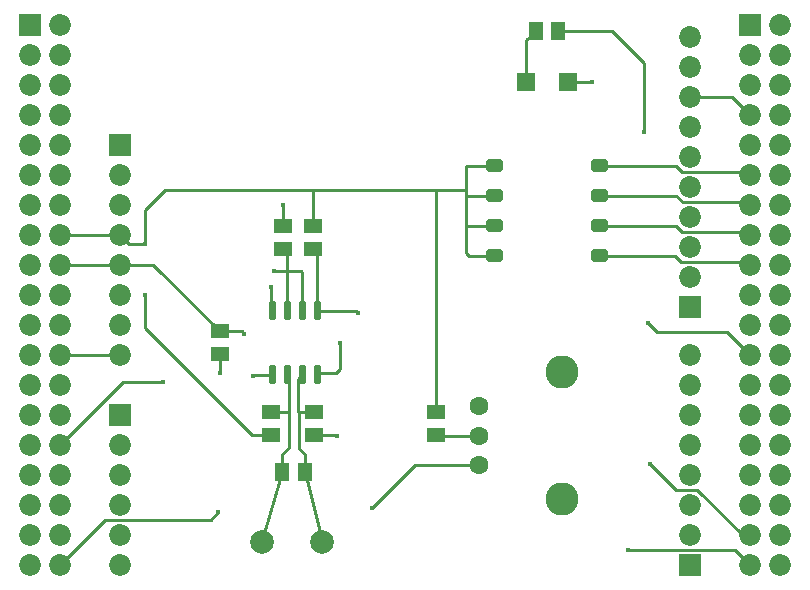
<source format=gtl>
G04 EAGLE Gerber RS-274X export*
G75*
%MOMM*%
%FSLAX34Y34*%
%LPD*%
%INTop Copper*%
%IPPOS*%
%AMOC8*
5,1,8,0,0,1.08239X$1,22.5*%
G01*
%ADD10C,2.000000*%
%ADD11R,1.500000X1.300000*%
%ADD12R,1.500000X1.500000*%
%ADD13R,1.850000X1.850000*%
%ADD14C,1.850000*%
%ADD15C,1.606000*%
%ADD16C,2.802500*%
%ADD17R,1.300000X1.500000*%
%ADD18C,0.546100*%
%ADD19C,0.304800*%
%ADD20C,0.254000*%
%ADD21C,0.452400*%


D10*
X368089Y189422D03*
X418889Y189422D03*
D11*
X332740Y367640D03*
X332740Y348640D03*
D12*
X627100Y579120D03*
X592100Y579120D03*
D13*
X248400Y297100D03*
D14*
X248400Y271700D03*
X248400Y246300D03*
X248400Y220900D03*
X248400Y195500D03*
X248400Y170100D03*
D13*
X248400Y525700D03*
D14*
X248400Y500300D03*
X248400Y474900D03*
X248400Y449500D03*
X248400Y424100D03*
X248400Y398700D03*
X248400Y373300D03*
X248400Y347900D03*
D13*
X172200Y627300D03*
D14*
X197600Y627300D03*
X172200Y601900D03*
X197600Y601900D03*
X172200Y576500D03*
X197600Y576500D03*
X172200Y551100D03*
X197600Y551100D03*
X172200Y525700D03*
X197600Y525700D03*
X172200Y500300D03*
X197600Y500300D03*
X172200Y474900D03*
X197600Y474900D03*
X172200Y449500D03*
X197600Y449500D03*
X172200Y424100D03*
X197600Y424100D03*
X172200Y398700D03*
X197600Y398700D03*
X172200Y373300D03*
X197600Y373300D03*
X172200Y347900D03*
X197600Y347900D03*
X172200Y322500D03*
X197600Y322500D03*
X172200Y297100D03*
X197600Y297100D03*
X172200Y271700D03*
X197600Y271700D03*
X172200Y246300D03*
X197600Y246300D03*
X172200Y220900D03*
X197600Y220900D03*
X172200Y195500D03*
X197600Y195500D03*
X172200Y170100D03*
X197600Y170100D03*
D13*
X731000Y388540D03*
D14*
X731000Y413940D03*
X731000Y439340D03*
X731000Y464740D03*
X731000Y490140D03*
X731000Y515540D03*
X731000Y540940D03*
X731000Y566340D03*
X731000Y591740D03*
X731000Y617140D03*
X731000Y220900D03*
X731000Y246300D03*
X731000Y271700D03*
X731000Y297100D03*
X731000Y322500D03*
X731000Y347900D03*
D13*
X731000Y170100D03*
D14*
X731000Y195500D03*
D13*
X781800Y627050D03*
D14*
X807200Y627050D03*
X781800Y601650D03*
X807200Y601650D03*
X781800Y576250D03*
X807200Y576250D03*
X781800Y550850D03*
X807200Y550850D03*
X781800Y525450D03*
X807200Y525450D03*
X781800Y500050D03*
X807200Y500050D03*
X781800Y474650D03*
X807200Y474650D03*
X781800Y449250D03*
X807200Y449250D03*
X781800Y423850D03*
X807200Y423850D03*
X781800Y398450D03*
X807200Y398450D03*
X781800Y373050D03*
X807200Y373050D03*
X781800Y347650D03*
X807200Y347650D03*
X781800Y322250D03*
X807200Y322250D03*
X781800Y296850D03*
X807200Y296850D03*
X781800Y271450D03*
X807200Y271450D03*
X781800Y246050D03*
X807200Y246050D03*
X781800Y220650D03*
X807200Y220650D03*
X781800Y195250D03*
X807200Y195250D03*
X781800Y169850D03*
X807200Y169850D03*
D15*
X552300Y279400D03*
X552300Y254400D03*
X552300Y304400D03*
D16*
X622300Y332900D03*
X622300Y225900D03*
D11*
X375920Y299060D03*
X375920Y280060D03*
X412750Y280060D03*
X412750Y299060D03*
D17*
X404470Y248934D03*
X385470Y248934D03*
D11*
X411480Y437540D03*
X411480Y456540D03*
X386080Y456540D03*
X386080Y437540D03*
D17*
X600100Y622300D03*
X619100Y622300D03*
D18*
X658813Y434531D02*
X658813Y429069D01*
X649287Y429069D01*
X649287Y434531D01*
X658813Y434531D01*
X658813Y434257D02*
X649287Y434257D01*
X658813Y454469D02*
X658813Y459931D01*
X658813Y454469D02*
X649287Y454469D01*
X649287Y459931D01*
X658813Y459931D01*
X658813Y459657D02*
X649287Y459657D01*
X658813Y479869D02*
X658813Y485331D01*
X658813Y479869D02*
X649287Y479869D01*
X649287Y485331D01*
X658813Y485331D01*
X658813Y485057D02*
X649287Y485057D01*
X658813Y505269D02*
X658813Y510731D01*
X658813Y505269D02*
X649287Y505269D01*
X649287Y510731D01*
X658813Y510731D01*
X658813Y510457D02*
X649287Y510457D01*
X569913Y434531D02*
X569913Y429069D01*
X560387Y429069D01*
X560387Y434531D01*
X569913Y434531D01*
X569913Y434257D02*
X560387Y434257D01*
X569913Y454469D02*
X569913Y459931D01*
X569913Y454469D02*
X560387Y454469D01*
X560387Y459931D01*
X569913Y459931D01*
X569913Y459657D02*
X560387Y459657D01*
X569913Y479869D02*
X569913Y485331D01*
X569913Y479869D02*
X560387Y479869D01*
X560387Y485331D01*
X569913Y485331D01*
X569913Y485057D02*
X560387Y485057D01*
X569913Y505269D02*
X569913Y510731D01*
X569913Y505269D02*
X560387Y505269D01*
X560387Y510731D01*
X569913Y510731D01*
X569913Y510457D02*
X560387Y510457D01*
D19*
X413766Y391414D02*
X413766Y378968D01*
X413766Y391414D02*
X416814Y391414D01*
X416814Y378968D01*
X413766Y378968D01*
X413766Y381864D02*
X416814Y381864D01*
X416814Y384760D02*
X413766Y384760D01*
X413766Y387656D02*
X416814Y387656D01*
X416814Y390552D02*
X413766Y390552D01*
X401066Y391414D02*
X401066Y378968D01*
X401066Y391414D02*
X404114Y391414D01*
X404114Y378968D01*
X401066Y378968D01*
X401066Y381864D02*
X404114Y381864D01*
X404114Y384760D02*
X401066Y384760D01*
X401066Y387656D02*
X404114Y387656D01*
X404114Y390552D02*
X401066Y390552D01*
X388366Y391414D02*
X388366Y378968D01*
X388366Y391414D02*
X391414Y391414D01*
X391414Y378968D01*
X388366Y378968D01*
X388366Y381864D02*
X391414Y381864D01*
X391414Y384760D02*
X388366Y384760D01*
X388366Y387656D02*
X391414Y387656D01*
X391414Y390552D02*
X388366Y390552D01*
X375666Y391414D02*
X375666Y378968D01*
X375666Y391414D02*
X378714Y391414D01*
X378714Y378968D01*
X375666Y378968D01*
X375666Y381864D02*
X378714Y381864D01*
X378714Y384760D02*
X375666Y384760D01*
X375666Y387656D02*
X378714Y387656D01*
X378714Y390552D02*
X375666Y390552D01*
X413766Y337312D02*
X413766Y324866D01*
X413766Y337312D02*
X416814Y337312D01*
X416814Y324866D01*
X413766Y324866D01*
X413766Y327762D02*
X416814Y327762D01*
X416814Y330658D02*
X413766Y330658D01*
X413766Y333554D02*
X416814Y333554D01*
X416814Y336450D02*
X413766Y336450D01*
X401066Y337312D02*
X401066Y324866D01*
X401066Y337312D02*
X404114Y337312D01*
X404114Y324866D01*
X401066Y324866D01*
X401066Y327762D02*
X404114Y327762D01*
X404114Y330658D02*
X401066Y330658D01*
X401066Y333554D02*
X404114Y333554D01*
X404114Y336450D02*
X401066Y336450D01*
X388366Y337312D02*
X388366Y324866D01*
X388366Y337312D02*
X391414Y337312D01*
X391414Y324866D01*
X388366Y324866D01*
X388366Y327762D02*
X391414Y327762D01*
X391414Y330658D02*
X388366Y330658D01*
X388366Y333554D02*
X391414Y333554D01*
X391414Y336450D02*
X388366Y336450D01*
X375666Y337312D02*
X375666Y324866D01*
X375666Y337312D02*
X378714Y337312D01*
X378714Y324866D01*
X375666Y324866D01*
X375666Y327762D02*
X378714Y327762D01*
X378714Y330658D02*
X375666Y330658D01*
X375666Y333554D02*
X378714Y333554D01*
X378714Y336450D02*
X375666Y336450D01*
D11*
X515620Y280060D03*
X515620Y299060D03*
D20*
X627100Y579120D02*
X647700Y579120D01*
D21*
X647700Y579120D03*
D20*
X386080Y474980D02*
X386080Y456540D01*
D21*
X386080Y474980D03*
D20*
X332740Y348640D02*
X332740Y332740D01*
D21*
X332740Y332740D03*
D20*
X361569Y331089D02*
X377190Y331089D01*
X361569Y331089D02*
X360680Y330200D01*
D21*
X360680Y330200D03*
D20*
X412750Y280060D02*
X431140Y280060D01*
X431800Y279400D01*
D21*
X431800Y279400D03*
D20*
X248400Y347900D02*
X197600Y347900D01*
X766310Y566340D02*
X781800Y550850D01*
X766310Y566340D02*
X731000Y566340D01*
X411480Y487680D02*
X411480Y456540D01*
X411480Y487680D02*
X286580Y487680D01*
X541020Y508000D02*
X565150Y508000D01*
X541020Y508000D02*
X541020Y487680D01*
X541020Y482600D01*
X565150Y482600D01*
X541020Y482600D02*
X541020Y457200D01*
X565150Y457200D01*
X541020Y457200D02*
X541020Y434340D01*
X543560Y431800D01*
X565150Y431800D01*
X515620Y487680D02*
X411480Y487680D01*
X515620Y487680D02*
X541020Y487680D01*
X375920Y280060D02*
X360020Y280060D01*
X269240Y370840D02*
X269240Y398780D01*
D21*
X269240Y398780D03*
X269240Y441960D03*
D20*
X255940Y441960D01*
X269240Y370840D02*
X360020Y280060D01*
X515620Y299060D02*
X515620Y487680D01*
X286580Y487680D02*
X269240Y470340D01*
X269240Y441960D01*
X248400Y449500D02*
X197600Y449500D01*
X248400Y449500D02*
X255940Y441960D01*
X385470Y248934D02*
X368089Y190764D01*
X368089Y189422D01*
X385470Y248934D02*
X385470Y263550D01*
X391160Y269240D01*
X391160Y299720D01*
X391160Y329819D01*
X389890Y331089D01*
X391160Y299720D02*
X390500Y299060D01*
X375920Y299060D01*
X418889Y190764D02*
X418889Y189422D01*
X418889Y190764D02*
X404470Y248934D01*
X404470Y263550D01*
X399530Y268490D01*
X399530Y299720D01*
X398780Y299720D02*
X398780Y327279D01*
X402590Y331089D01*
X399530Y299720D02*
X398780Y299720D01*
X399530Y299720D02*
X412090Y299720D01*
X412750Y299060D01*
X592100Y579120D02*
X592100Y614300D01*
X600100Y622300D01*
X552300Y279400D02*
X516280Y279400D01*
X515620Y280060D01*
X497742Y254400D02*
X552300Y254400D01*
X497742Y254400D02*
X461533Y218191D01*
X235662Y208162D02*
X197600Y170100D01*
X324859Y208162D02*
X331447Y214750D01*
D21*
X331447Y214750D03*
X461533Y218191D03*
D20*
X324859Y208162D02*
X235662Y208162D01*
X718905Y508000D02*
X724276Y502629D01*
X779221Y502629D01*
X781800Y500050D01*
X718905Y508000D02*
X654050Y508000D01*
X654050Y482600D02*
X719192Y482600D01*
X724564Y477228D01*
X779222Y477228D02*
X781800Y474650D01*
X779222Y477228D02*
X724564Y477228D01*
X719099Y457200D02*
X654050Y457200D01*
X719099Y457200D02*
X724306Y451993D01*
X779057Y451993D02*
X781800Y449250D01*
X779057Y451993D02*
X724306Y451993D01*
X718183Y431800D02*
X654050Y431800D01*
X718183Y431800D02*
X723554Y426429D01*
X779221Y426429D02*
X781800Y423850D01*
X779221Y426429D02*
X723554Y426429D01*
X377190Y385191D02*
X376390Y385991D01*
X376390Y405390D01*
D21*
X376390Y405390D03*
X696900Y255500D03*
D20*
X718759Y233641D01*
X737151Y233641D01*
X775542Y195250D02*
X781800Y195250D01*
X775542Y195250D02*
X737151Y233641D01*
X415290Y385191D02*
X415290Y433730D01*
X411480Y437540D01*
X415290Y385191D02*
X447929Y385191D01*
X449580Y383540D01*
D21*
X449580Y383540D03*
X678180Y182880D03*
D20*
X768770Y182880D01*
X781800Y169850D01*
X332740Y367640D02*
X276280Y424100D01*
X332740Y367640D02*
X351180Y367640D01*
X353060Y365760D01*
D21*
X353060Y365760D03*
X434340Y358140D03*
D20*
X248400Y424100D02*
X197600Y424100D01*
X248400Y424100D02*
X276280Y424100D01*
X415290Y331089D02*
X416441Y332240D01*
X430700Y332240D01*
X434340Y335880D01*
X434340Y358140D01*
X619100Y622300D02*
X664520Y622300D01*
X692190Y594630D02*
X692190Y536690D01*
D21*
X692190Y536690D03*
X694880Y374560D03*
D20*
X702520Y366920D01*
X762530Y366920D02*
X781800Y347650D01*
X692190Y594630D02*
X664520Y622300D01*
X702520Y366920D02*
X762530Y366920D01*
X389890Y385191D02*
X389890Y419100D01*
X389890Y433730D01*
X386080Y437540D01*
X389890Y419100D02*
X378460Y419100D01*
D21*
X378460Y419100D03*
X284480Y325120D03*
D20*
X251020Y325120D01*
X401320Y419100D02*
X402590Y417830D01*
X401320Y419100D02*
X389890Y419100D01*
X402590Y417830D02*
X402590Y385191D01*
X251020Y325120D02*
X197600Y271700D01*
M02*

</source>
